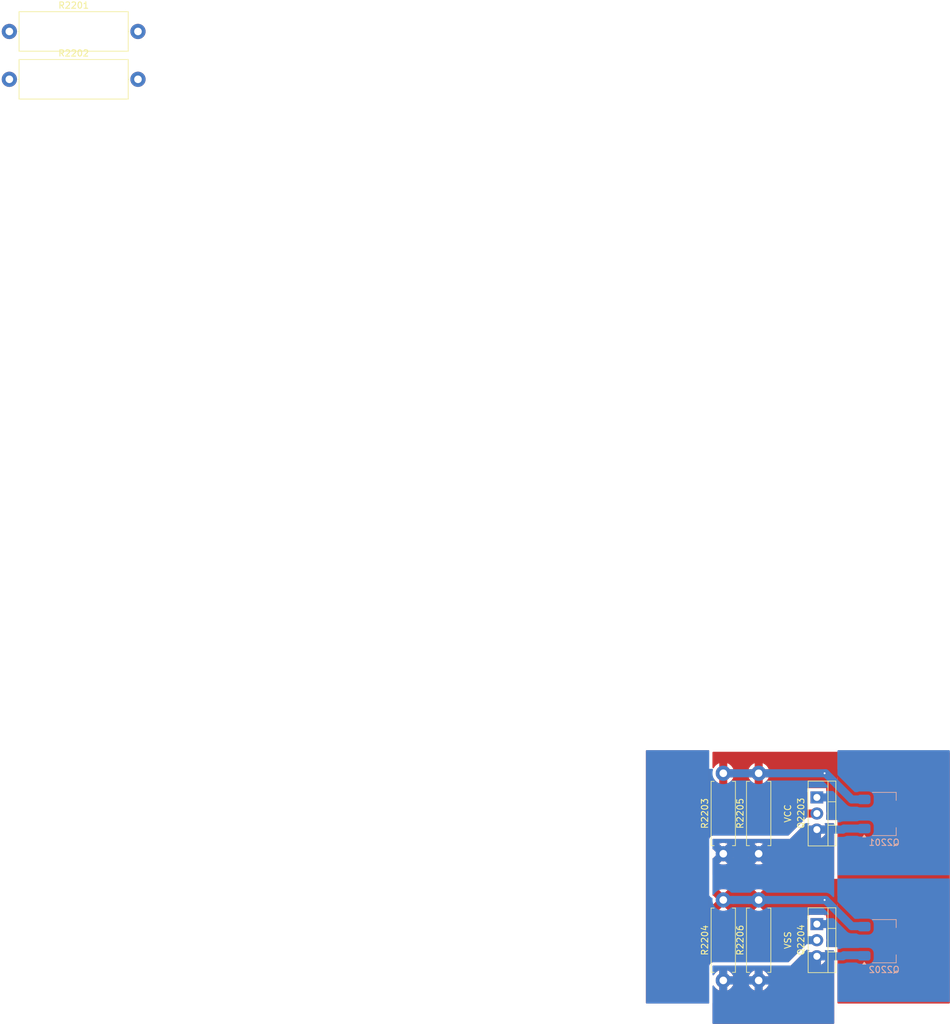
<source format=kicad_pcb>
(kicad_pcb (version 20240108) (generator "pcbnew") (generator_version "8.0")
  (layers (0 "F.Cu" mixed) (31 "B.Cu" mixed) (34 "B.Paste" user) (35 "F.Paste" user) (36 "B.SilkS" user "B.Silkscreen") (37 "F.SilkS" user "F.Silkscreen") (38 "B.Mask" user) (39 "F.Mask" user) (44 "Edge.Cuts" user))
  (net 0 "")
  (net 1 "/v_out")
  (net 2 "/VCC")
  (net 3 "/VSS")
  (net 4 "/v_in+")
  (net 5 "/v_in-")
  (net 6 "/3")
  (net 7 "/1")
  (net 8 "/4")
  (net 9 "/2")
  (footprint "pss:R_Axial_DIN0411_L9.9mm_D3.6mm_P12.70mm_Horizontal" (layer "F.Cu") (at 87.808 116.35 90)
    (property "Reference" "R2205" (at 6.35 -2.92 -90) (layer "F.SilkS"))
    (property "Value" "680m")
    (fp_line (start 11.42 -1.92) (end 11.42 -1.44) (stroke (width 0.12)) (layer "F.SilkS"))
    (fp_line (start 1.28 -1.92) (end 11.42 -1.92) (stroke (width 0.12)) (layer "F.SilkS"))
    (fp_line (start 1.28 -1.44) (end 1.28 -1.92) (stroke (width 0.12)) (layer "F.SilkS"))
    (fp_line (start 1.28 1.44) (end 1.28 1.92) (stroke (width 0.12)) (layer "F.SilkS"))
    (fp_line (start 11.42 1.92) (end 11.42 1.44) (stroke (width 0.12)) (layer "F.SilkS"))
    (fp_line (start 1.28 1.92) (end 11.42 1.92) (stroke (width 0.12)) (layer "F.SilkS"))
    (pad "1" thru_hole circle (at 0 0 90) (size 2.4 2.4) (drill 1.2) (layers "*.Cu" "*.Mask") (net 7 "/1"))
    (pad "2" thru_hole oval (at 12.7 0 90) (size 2.4 2.4) (drill 1.2) (layers "*.Cu" "*.Mask") (net 1 "/v_out"))
  )
  (footprint "pss:R_Axial_DIN0411_L9.9mm_D3.6mm_P12.70mm_Horizontal" (layer "F.Cu") (at 87.808 123.65 -90)
    (property "Reference" "R2206" (at 6.35 2.92 90) (layer "F.SilkS"))
    (property "Value" "680m")
    (fp_line (start 1.28 1.92) (end 11.42 1.92) (stroke (width 0.12)) (layer "F.SilkS"))
    (fp_line (start 11.42 1.92) (end 11.42 1.44) (stroke (width 0.12)) (layer "F.SilkS"))
    (fp_line (start 1.28 1.44) (end 1.28 1.92) (stroke (width 0.12)) (layer "F.SilkS"))
    (fp_line (start 1.28 -1.44) (end 1.28 -1.92) (stroke (width 0.12)) (layer "F.SilkS"))
    (fp_line (start 1.28 -1.92) (end 11.42 -1.92) (stroke (width 0.12)) (layer "F.SilkS"))
    (fp_line (start 11.42 -1.92) (end 11.42 -1.44) (stroke (width 0.12)) (layer "F.SilkS"))
    (pad "1" thru_hole circle (at 0 0 270) (size 2.4 2.4) (drill 1.2) (layers "*.Cu" "*.Mask") (net 1 "/v_out"))
    (pad "2" thru_hole oval (at 12.7 0 270) (size 2.4 2.4) (drill 1.2) (layers "*.Cu" "*.Mask") (net 9 "/2"))
  )
  (footprint "pss:R_Axial_DIN0411_L9.9mm_D3.6mm_P12.70mm_Horizontal" (layer "F.Cu") (at 82.22 116.35 90)
    (property "Reference" "R2203" (at 6.35 -2.92 -90) (layer "F.SilkS"))
    (property "Value" "680m")
    (fp_line (start 11.42 -1.92) (end 11.42 -1.44) (stroke (width 0.12)) (layer "F.SilkS"))
    (fp_line (start 1.28 -1.92) (end 11.42 -1.92) (stroke (width 0.12)) (layer "F.SilkS"))
    (fp_line (start 1.28 -1.44) (end 1.28 -1.92) (stroke (width 0.12)) (layer "F.SilkS"))
    (fp_line (start 1.28 1.44) (end 1.28 1.92) (stroke (width 0.12)) (layer "F.SilkS"))
    (fp_line (start 11.42 1.92) (end 11.42 1.44) (stroke (width 0.12)) (layer "F.SilkS"))
    (fp_line (start 1.28 1.92) (end 11.42 1.92) (stroke (width 0.12)) (layer "F.SilkS"))
    (pad "1" thru_hole circle (at 0 0 90) (size 2.4 2.4) (drill 1.2) (layers "*.Cu" "*.Mask") (net 7 "/1"))
    (pad "2" thru_hole oval (at 12.7 0 90) (size 2.4 2.4) (drill 1.2) (layers "*.Cu" "*.Mask") (net 1 "/v_out"))
  )
  (footprint "pss:R_Axial_DIN0411_L9.9mm_D3.6mm_P12.70mm_Horizontal" (layer "F.Cu") (at 82.22 123.65 -90)
    (property "Reference" "R2204" (at 6.35 2.92 90) (layer "F.SilkS"))
    (property "Value" "680m")
    (fp_line (start 1.28 1.92) (end 11.42 1.92) (stroke (width 0.12)) (layer "F.SilkS"))
    (fp_line (start 11.42 1.92) (end 11.42 1.44) (stroke (width 0.12)) (layer "F.SilkS"))
    (fp_line (start 1.28 1.44) (end 1.28 1.92) (stroke (width 0.12)) (layer "F.SilkS"))
    (fp_line (start 1.28 -1.44) (end 1.28 -1.92) (stroke (width 0.12)) (layer "F.SilkS"))
    (fp_line (start 1.28 -1.92) (end 11.42 -1.92) (stroke (width 0.12)) (layer "F.SilkS"))
    (fp_line (start 11.42 -1.92) (end 11.42 -1.44) (stroke (width 0.12)) (layer "F.SilkS"))
    (pad "1" thru_hole circle (at 0 0 270) (size 2.4 2.4) (drill 1.2) (layers "*.Cu" "*.Mask") (net 1 "/v_out"))
    (pad "2" thru_hole oval (at 12.7 0 270) (size 2.4 2.4) (drill 1.2) (layers "*.Cu" "*.Mask") (net 9 "/2"))
  )
  (footprint "pss:R_Axial_DIN0617_L17.0mm_D6.0mm_P20.32mm_Horizontal" (layer "F.Cu") (at -30.556 -5.894)
    (property "Reference" "R2202" (at 10.16 -4.12 0) (layer "F.SilkS"))
    (property "Value" "22")
    (fp_line (start 1.44 0) (end 1.54 0) (stroke (width 0.12)) (layer "F.SilkS"))
    (fp_line (start 1.54 -3.12) (end 1.54 3.12) (stroke (width 0.12)) (layer "F.SilkS"))
    (fp_line (start 1.54 3.12) (end 18.78 3.12) (stroke (width 0.12)) (layer "F.SilkS"))
    (fp_line (start 18.78 -3.12) (end 1.54 -3.12) (stroke (width 0.12)) (layer "F.SilkS"))
    (fp_line (start 18.78 3.12) (end 18.78 -3.12) (stroke (width 0.12)) (layer "F.SilkS"))
    (fp_line (start 18.88 0) (end 18.78 0) (stroke (width 0.12)) (layer "F.SilkS"))
    (pad "1" thru_hole circle (at 0 0) (size 2.4 2.4) (drill 1.2) (layers "*.Cu" "*.Mask") (net 5 "/v_in-"))
    (pad "2" thru_hole oval (at 20.32 0) (size 2.4 2.4) (drill 1.2) (layers "*.Cu" "*.Mask") (net 8 "/4"))
  )
  (footprint "pss:TO-220-3_Vertical" (layer "F.Cu") (at 97 127.46 -90)
    (property "Reference" "Q2204" (at 2.5 2.5 -90) (layer "F.SilkS"))
    (property "Value" "TIP42C")
    (fp_line (start -2.58 1.371) (end 7.66 1.371) (stroke (width 0.12)) (layer "F.SilkS"))
    (fp_line (start -2.58 -1.76) (end 7.66 -1.76) (stroke (width 0.12)) (layer "F.SilkS"))
    (fp_line (start -2.58 -3) (end -2.58 1.371) (stroke (width 0.12)) (layer "F.SilkS"))
    (fp_line (start -2.58 -3) (end 7.66 -3) (stroke (width 0.12)) (layer "F.SilkS"))
    (fp_line (start 0.69 -3) (end 0.69 -1.76) (stroke (width 0.12)) (layer "F.SilkS"))
    (fp_line (start 4.391 -3) (end 4.391 -1.76) (stroke (width 0.12)) (layer "F.SilkS"))
    (fp_line (start 7.66 -3) (end 7.66 1.371) (stroke (width 0.12)) (layer "F.SilkS"))
    (pad "1" thru_hole rect (at 0 0 270) (size 1.905 2) (drill 1.1) (layers "*.Cu" "*.Mask") (net 8 "/4"))
    (pad "2" thru_hole oval (at 2.54 0 270) (size 1.905 2) (drill 1.1) (layers "*.Cu" "*.Mask") (net 3 "/VSS"))
    (pad "3" thru_hole oval (at 5.08 0 270) (size 1.905 2) (drill 1.1) (layers "*.Cu" "*.Mask") (net 9 "/2"))
  )
  (footprint "pss:R_Axial_DIN0617_L17.0mm_D6.0mm_P20.32mm_Horizontal" (layer "F.Cu") (at -30.556 -13.444)
    (property "Reference" "R2201" (at 10.16 -4.12 0) (layer "F.SilkS"))
    (property "Value" "22")
    (fp_line (start 1.44 0) (end 1.54 0) (stroke (width 0.12)) (layer "F.SilkS"))
    (fp_line (start 1.54 -3.12) (end 1.54 3.12) (stroke (width 0.12)) (layer "F.SilkS"))
    (fp_line (start 1.54 3.12) (end 18.78 3.12) (stroke (width 0.12)) (layer "F.SilkS"))
    (fp_line (start 18.78 -3.12) (end 1.54 -3.12) (stroke (width 0.12)) (layer "F.SilkS"))
    (fp_line (start 18.78 3.12) (end 18.78 -3.12) (stroke (width 0.12)) (layer "F.SilkS"))
    (fp_line (start 18.88 0) (end 18.78 0) (stroke (width 0.12)) (layer "F.SilkS"))
    (pad "1" thru_hole circle (at 0 0) (size 2.4 2.4) (drill 1.2) (layers "*.Cu" "*.Mask") (net 4 "/v_in+"))
    (pad "2" thru_hole oval (at 20.32 0) (size 2.4 2.4) (drill 1.2) (layers "*.Cu" "*.Mask") (net 6 "/3"))
  )
  (footprint "pss:TO-220-3_Vertical" (layer "F.Cu") (at 97 107.46 -90)
    (property "Reference" "Q2203" (at 2.5 2.5 90) (layer "F.SilkS"))
    (property "Value" "TIP41C")
    (fp_line (start -2.58 1.371) (end 7.66 1.371) (stroke (width 0.12)) (layer "F.SilkS"))
    (fp_line (start -2.58 -1.76) (end 7.66 -1.76) (stroke (width 0.12)) (layer "F.SilkS"))
    (fp_line (start -2.58 -3) (end -2.58 1.371) (stroke (width 0.12)) (layer "F.SilkS"))
    (fp_line (start -2.58 -3) (end 7.66 -3) (stroke (width 0.12)) (layer "F.SilkS"))
    (fp_line (start 0.69 -3) (end 0.69 -1.76) (stroke (width 0.12)) (layer "F.SilkS"))
    (fp_line (start 4.391 -3) (end 4.391 -1.76) (stroke (width 0.12)) (layer "F.SilkS"))
    (fp_line (start 7.66 -3) (end 7.66 1.371) (stroke (width 0.12)) (layer "F.SilkS"))
    (pad "1" thru_hole rect (at 0 0 270) (size 1.905 2) (drill 1.1) (layers "*.Cu" "*.Mask") (net 6 "/3"))
    (pad "2" thru_hole oval (at 2.54 0 270) (size 1.905 2) (drill 1.1) (layers "*.Cu" "*.Mask") (net 2 "/VCC"))
    (pad "3" thru_hole oval (at 5.08 0 270) (size 1.905 2) (drill 1.1) (layers "*.Cu" "*.Mask") (net 7 "/1"))
  )
  (footprint "pss:SOT-223-3_TabPin2" (layer "B.Cu") (at 107.62 110.08)
    (property "Reference" "Q2201" (at 0 4.5 360) (layer "B.SilkS") (effects (justify mirror)))
    (property "Value" "DNLS350E")
    (fp_line (start 1.91 -3.41) (end -1.85 -3.41) (stroke (width 0.12)) (layer "B.SilkS"))
    (fp_line (start 1.91 -2.15) (end 1.91 -3.41) (stroke (width 0.12)) (layer "B.SilkS"))
    (fp_line (start 1.91 2.15) (end 1.91 3.41) (stroke (width 0.12)) (layer "B.SilkS"))
    (fp_line (start 1.91 3.41) (end -1.85 3.41) (stroke (width 0.12)) (layer "B.SilkS"))
    (fp_poly (pts (xy -3.13 3.31) (xy -3.37 3.64) (xy -2.89 3.64) (xy -3.13 3.31)) (stroke (width 0.12)) (fill solid) (layer "B.SilkS"))
    (pad "1" smd roundrect (at -3.15 2.3) (size 2 1.5) (layers "B.Cu" "B.Paste" "B.Mask") (net 7 "/1"))
    (pad "2" smd roundrect (at -3.15 0) (size 2 1.5) (layers "B.Cu" "B.Paste" "B.Mask") (net 6 "/3"))
    (pad "2" smd roundrect (at 3.15 0) (size 2 3.8) (layers "B.Cu" "B.Paste" "B.Mask") (net 6 "/3"))
    (pad "3" smd roundrect (at -3.15 -2.3) (size 2 1.5) (layers "B.Cu" "B.Paste" "B.Mask") (net 1 "/v_out"))
  )
  (footprint "pss:SOT-223-3_TabPin2" (layer "B.Cu") (at 107.62 130.16)
    (property "Reference" "Q2202" (at 0 4.5 360) (layer "B.SilkS") (effects (justify mirror)))
    (property "Value" "DPLS350E")
    (fp_line (start 1.91 -3.41) (end -1.85 -3.41) (stroke (width 0.12)) (layer "B.SilkS"))
    (fp_line (start 1.91 -2.15) (end 1.91 -3.41) (stroke (width 0.12)) (layer "B.SilkS"))
    (fp_line (start 1.91 2.15) (end 1.91 3.41) (stroke (width 0.12)) (layer "B.SilkS"))
    (fp_line (start 1.91 3.41) (end -1.85 3.41) (stroke (width 0.12)) (layer "B.SilkS"))
    (fp_poly (pts (xy -3.13 3.31) (xy -3.37 3.64) (xy -2.89 3.64) (xy -3.13 3.31)) (stroke (width 0.12)) (fill solid) (layer "B.SilkS"))
    (pad "1" smd roundrect (at -3.15 2.3) (size 2 1.5) (layers "B.Cu" "B.Paste" "B.Mask") (net 9 "/2"))
    (pad "2" smd roundrect (at -3.15 0) (size 2 1.5) (layers "B.Cu" "B.Paste" "B.Mask") (net 8 "/4"))
    (pad "2" smd roundrect (at 3.15 0) (size 2 3.8) (layers "B.Cu" "B.Paste" "B.Mask") (net 8 "/4"))
    (pad "3" smd roundrect (at -3.15 -2.3) (size 2 1.5) (layers "B.Cu" "B.Paste" "B.Mask") (net 1 "/v_out"))
  )
  (gr_text "VSS" (at 93 130 90) (layer "F.SilkS") (effects (font (size 1 1)) (justify bottom)))
  (gr_text "VCC" (at 93 110 90) (layer "F.SilkS") (effects (font (size 1 1)) (justify bottom)))
  (segment (start 82.22 103.65) (end 101.65 103.65) (width 1.27) (layer "F.Cu") (net 1))
  (segment (start 82.22 123.65) (end 101.65 123.65) (width 1.27) (layer "F.Cu") (net 1))
  (via (at 98.222 103.65) (size 0.5) (drill 0.3) (layers "F.Cu" "B.Cu") (net 1))
  (via (at 98.222 123.65) (size 0.5) (drill 0.3) (layers "F.Cu" "B.Cu") (net 1))
  (segment (start 98.222 103.65) (end 98.382 103.65) (width 1.27) (layer "B.Cu") (net 1))
  (segment (start 104.47 127.78) (end 102.512 127.78) (width 1.27) (layer "B.Cu") (net 1))
  (segment (start 82.22 123.65) (end 98.222 123.65) (width 1.27) (layer "B.Cu") (net 1))
  (segment (start 98.382 103.65) (end 102.512 107.78) (width 1.27) (layer "B.Cu") (net 1))
  (segment (start 82.22 103.65) (end 98.222 103.65) (width 1.27) (layer "B.Cu") (net 1))
  (segment (start 98.382 123.65) (end 102.512 127.78) (width 1.27) (layer "B.Cu") (net 1))
  (segment (start 98.222 123.65) (end 98.382 123.65) (width 1.27) (layer "B.Cu") (net 1))
  (segment (start 104.47 107.78) (end 102.512 107.78) (width 1.27) (layer "B.Cu") (net 1))
  (segment (start 97 110) (end 75 110) (width 1.27) (layer "F.Cu") (net 2))
  (segment (start 97 130) (end 75 130) (width 1.27) (layer "B.Cu") (net 3))
  (segment (start 101.637 110.08) (end 99.017 107.46) (width 1.27) (layer "B.Cu") (net 6))
  (segment (start 104.47 110.08) (end 110.77 110.08) (width 1.27) (layer "B.Cu") (net 6))
  (segment (start 104.47 110.08) (end 101.637 110.08) (width 1.27) (layer "B.Cu") (net 6))
  (segment (start 99.017 107.46) (end 97 107.46) (width 1.27) (layer "B.Cu") (net 6))
  (segment (start 101.11 112.54) (end 101.27 112.38) (width 1.27) (layer "B.Cu") (net 7))
  (segment (start 97 112.54) (end 93.19 116.35) (width 1.27) (layer "B.Cu") (net 7))
  (segment (start 101.27 112.38) (end 104.47 112.38) (width 1.27) (layer "B.Cu") (net 7))
  (segment (start 97 112.54) (end 101.11 112.54) (width 1.27) (layer "B.Cu") (net 7))
  (segment (start 93.19 116.35) (end 82.22 116.35) (width 1.27) (layer "B.Cu") (net 7))
  (segment (start 104.47 130.16) (end 110.77 130.16) (width 1.27) (layer "B.Cu") (net 8))
  (segment (start 101.637 130.08) (end 99.017 127.46) (width 1.27) (layer "B.Cu") (net 8))
  (segment (start 104.47 130.08) (end 101.637 130.08) (width 1.27) (layer "B.Cu") (net 8))
  (segment (start 99.017 127.46) (end 97 127.46) (width 1.27) (layer "B.Cu") (net 8))
  (segment (start 101.11 132.54) (end 101.27 132.38) (width 1.27) (layer "B.Cu") (net 9))
  (segment (start 97 132.54) (end 101.11 132.54) (width 1.27) (layer "B.Cu") (net 9))
  (segment (start 101.27 132.38) (end 104.47 132.38) (width 1.27) (layer "B.Cu") (net 9))
  (segment (start 93.19 136.35) (end 82.22 136.35) (width 1.27) (layer "B.Cu") (net 9))
  (segment (start 97 132.54) (end 93.19 136.35) (width 1.27) (layer "B.Cu") (net 9))
  (zone (net 1) (net_name "/v_out") (layer "F.Cu") (priority 90) (connect_pads (clearance 0.508)) (min_thickness 0.254) (fill yes (thermal_gap 0.508) (thermal_bridge_width 1.27))
    (polygon (pts (xy 80.508 120.32) (xy 100.254 120.32) (xy 100.254 126.066) (xy 100.254 131.082) (xy 98.476 131.082) (xy 98.476 126.066) (xy 80.508 126.066)))
  )
  (zone (net 2) (net_name "/VCC") (layer "F.Cu") (connect_pads (clearance 0.508)) (min_thickness 0.254) (fill yes (thermal_gap 0.508) (thermal_bridge_width 1.27))
    (polygon (pts (xy 80 126) (xy 95.5 126) (xy 95.5 129.5) (xy 95.5 130.5) (xy 92 134) (xy 80 134)))
  )
  (zone (net 1) (net_name "/v_out") (layer "F.Cu") (priority 90) (connect_pads (clearance 0.508)) (min_thickness 0.254) (fill yes (thermal_gap 0.508) (thermal_bridge_width 1.27))
    (polygon (pts (xy 80.508 100.254) (xy 100.254 100.254) (xy 100.254 106) (xy 100.254 111.016) (xy 98.476 111.016) (xy 98.476 106) (xy 80.508 106)))
  )
  (zone (net 2) (net_name "/VCC") (layer "F.Cu") (priority 100) (connect_pads (clearance 0.508)) (min_thickness 0.254) (fill yes (thermal_gap 0.508) (thermal_bridge_width 1.27))
    (polygon (pts (xy 70 100) (xy 80 100) (xy 80 140) (xy 70 140)))
  )
  (zone (net 1) (net_name "/v_out") (layer "F.Cu") (priority 90) (connect_pads (clearance 0.508)) (min_thickness 0.254) (fill yes (thermal_gap 0.508) (thermal_bridge_width 1.27))
    (polygon (pts (xy 100.254 100.254) (xy 118 100.254) (xy 118 140) (xy 100.254 140)))
  )
  (zone (net 2) (net_name "/VCC") (layer "F.Cu") (connect_pads (clearance 0.508)) (min_thickness 0.254) (fill yes (thermal_gap 0.508) (thermal_bridge_width 1.27))
    (polygon (pts (xy 80 106) (xy 95.5 106) (xy 95.5 109.5) (xy 95.5 110.5) (xy 92 114) (xy 80 114)))
  )
  (zone (net 7) (net_name "/1") (layers "F&B.Cu") (priority 80) (connect_pads (clearance 0.508)) (min_thickness 0.254) (fill yes (thermal_gap 0.508) (thermal_bridge_width 1.27))
    (polygon (pts (xy 80.508 114) (xy 92.746 114) (xy 95.246 111.5) (xy 99.746 111.524) (xy 99.746 123.462) (xy 80.508 123.462)))
  )
  (zone (net 9) (net_name "/2") (layers "F&B.Cu") (priority 80) (connect_pads (clearance 0.508)) (min_thickness 0.254) (fill yes (thermal_gap 0.508) (thermal_bridge_width 1.27))
    (polygon (pts (xy 80.508 134) (xy 92.873 134) (xy 95.373 131.5) (xy 99.746 131.524) (xy 99.746 143.208) (xy 80.508 143.208)))
  )
  (zone (net 3) (net_name "/VSS") (layer "B.Cu") (connect_pads (clearance 0.508)) (min_thickness 0.254) (fill yes (thermal_gap 0.508) (thermal_bridge_width 1.27))
    (polygon (pts (xy 80 114) (xy 92 114) (xy 95.5 110.5) (xy 95.5 109.5) (xy 95.5 105.936) (xy 99.746 105.936) (xy 99.746 102.952) (xy 80 102.952)))
  )
  (zone (net 8) (net_name "/4") (layer "B.Cu") (priority 90) (connect_pads yes (clearance 0.508)) (min_thickness 0.254) (fill yes (thermal_gap 0.508) (thermal_bridge_width 1.27))
    (polygon (pts (xy 118 120.254) (xy 100.254 120.254) (xy 100.254 126.51) (xy 98.476 126.51) (xy 98.476 131.082) (xy 100.254 131.082) (xy 100.254 139.746) (xy 118 139.746)))
  )
  (zone (net 3) (net_name "/VSS") (layer "B.Cu") (priority 100) (connect_pads (clearance 0.508)) (min_thickness 0.254) (fill yes (thermal_gap 0.508) (thermal_bridge_width 1.27))
    (polygon (pts (xy 70 100) (xy 80 100) (xy 80 140) (xy 70 140)))
  )
  (zone (net 6) (net_name "/3") (layer "B.Cu") (priority 90) (connect_pads yes (clearance 0.508)) (min_thickness 0.254) (fill yes (thermal_gap 0.508) (thermal_bridge_width 1.27))
    (polygon (pts (xy 118 100) (xy 100.254 100) (xy 100.254 106.444) (xy 98.476 106.444) (xy 98.476 111.016) (xy 100.254 111.016) (xy 100.254 119.746) (xy 118 119.746)))
  )
  (zone (net 3) (net_name "/VSS") (layer "B.Cu") (connect_pads (clearance 0.508)) (min_thickness 0.254) (fill yes (thermal_gap 0.508) (thermal_bridge_width 1.27))
    (polygon (pts (xy 80 134) (xy 92 134) (xy 95.5 130.5) (xy 95.5 129.5) (xy 95.5 126.002) (xy 99.746 126.002) (xy 99.746 122.954) (xy 80 122.952)))
  )
)
</source>
